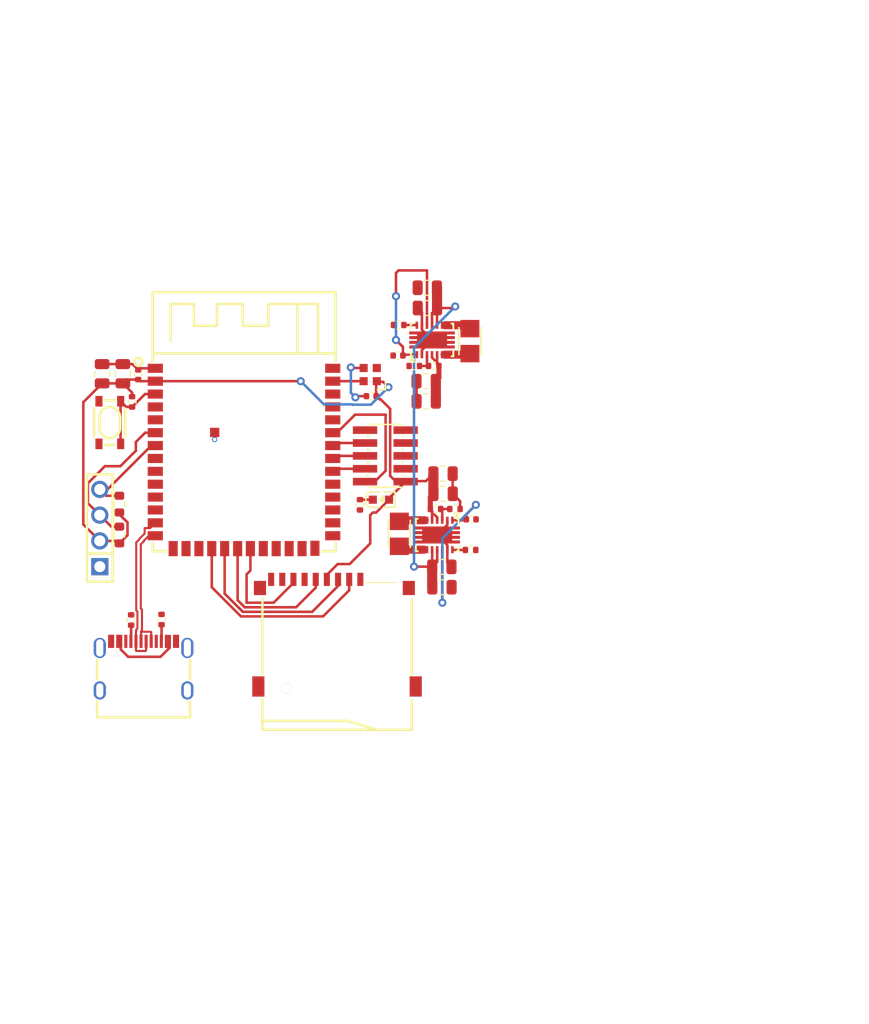
<source format=kicad_pcb>
(kicad_pcb (version 20240108) (generator "pcbnew") (generator_version "8.0")
  (layers (0 "F.Cu" signal) (31 "B.Cu" signal) (34 "B.Paste" user) (35 "F.Paste" user) (36 "B.SilkS" user "B.Silkscreen") (37 "F.SilkS" user "F.Silkscreen") (38 "B.Mask" user) (39 "F.Mask" user) (44 "Edge.Cuts" user))
  (net 0 "")
  (net 1 "io0")
  (net 2 "io36")
  (net 3 "sda")
  (net 4 "miso")
  (net 5 "io15")
  (net 6 "cs")
  (net 7 "tdo")
  (net 8 "scl")
  (net 9 "uc.ic-gnd")
  (net 10 "usb+")
  (net 11 "sck")
  (net 12 "io14")
  (net 13 "io46")
  (net 14 "io37")
  (net 15 "io45")
  (net 16 "en")
  (net 17 "io48")
  (net 18 "io5")
  (net 19 "txd0")
  (net 20 "io8")
  (net 21 "tdi")
  (net 22 "io1")
  (net 23 "io2")
  (net 24 "usb-")
  (net 25 "io4")
  (net 26 "tck")
  (net 27 "rxd0")
  (net 28 "mosi")
  (net 29 "io21")
  (net 30 "io38")
  (net 31 "tms")
  (net 32 "io3")
  (net 33 "io47")
  (net 34 "uc.ic-vcc")
  (net 35 "io18")
  (net 36 "io17")
  (net 37 "io9")
  (net 38 "io16")
  (net 39 "io35")
  (net 40 "_3v3_reg.ic-l2")
  (net 41 "_3v3_reg.ic-pg")
  (net 42 "vcc")
  (net 43 "_3v3_reg.ic-l1")
  (net 44 "_3v3_reg.ic-vina")
  (net 45 "_3v3_reg.feedback_div-out")
  (net 46 "_5v_reg.ic-vina")
  (net 47 "_5v_reg.ic-l2")
  (net 48 "_5v_reg-vcc")
  (net 49 "_5v_reg.ic-pg")
  (net 50 "_5v_reg.ic-l1")
  (net 51 "_5v_reg.feedback_div-out")
  (net 52 "cc2")
  (net 53 "sub1")
  (net 54 "usb_conn-vcc")
  (net 55 "cc1")
  (net 56 "sub2")
  (net 57 "dat1_rsv_")
  (net 58 "dat2_rsv_")
  (net 59 "cd")
  (net 60 "cathode")
  (net 61 "led_dout")
  (net 62 "reset")
  (net 63 "_7")
  (footprint "lib:C0402" (layer "F.Cu") (at 217.827267 137.142182)
    (property "Reference" "C13" (hide yes))
    (property "Value" "16V 100nF X7R ±10% 0402  Multilayer Ceramic Capacitors MLCC - SMD/SMT ROHS")
  )
  (footprint "lib:C0805" (layer "F.Cu") (at 183.476312 122.780765 90)
    (property "Reference" "C2" (hide yes))
    (property "Value" "25V 10uF X5R ±10% 0805  Multilayer Ceramic Capacitors MLCC - SMD/SMT ROHS")
  )
  (footprint "lib:R0402" (layer "F.Cu") (at 214.306525 136.116633)
    (property "Reference" "R7" (hide yes))
    (property "Value" "62.5mW Thick Film Resistors 50V ±100ppm/℃ ±1% 23.7kΩ 0402  Chip Resistor - Surface Mount ROHS")
  )
  (footprint "lib:C0805" (layer "F.Cu") (at 215.049146 132.630615)
    (property "Reference" "C12" (hide yes))
    (property "Value" "25V 10uF X5R ±10% 0805  Multilayer Ceramic Capacitors MLCC - SMD/SMT ROHS")
  )
  (footprint "lib:LED0603-RD" (layer "F.Cu") (at 208.925051 135.198497)
    (property "Reference" "LED1" (hide yes))
    (property "Value" "?")
  )
  (footprint "lib:LED-SMD_4P-L2.0-W2.0-BR" (layer "F.Cu") (at 207.871051 122.864497)
    (property "Reference" "U8" (hide yes))
    (property "Value" "?")
  )
  (footprint "lib:R0402" (layer "F.Cu") (at 216.225678 136.116633)
    (property "Reference" "R8" (hide yes))
    (property "Value" "62.5mW Thick Film Resistors 50V ±100ppm/℃ ±1% 4.3kΩ 0402  Chip Resistor - Surface Mount ROHS")
  )
  (footprint "lib:HDR-TH_4P-P2.54-V-F" (layer "F.Cu") (at 181.201051 137.992497 90)
    (property "Reference" "U9" (hide yes))
    (property "Value" "?")
  )
  (footprint "lib:IND-SMD_L2.5-W2.0_WPN252012H" (layer "F.Cu") (at 210.739777 138.566715 -90)
    (property "Reference" "L2" (hide yes))
    (property "Value" "?")
  )
  (footprint "lib:C0805" (layer "F.Cu") (at 214.944248 143.829679)
    (property "Reference" "C10" (hide yes))
    (property "Value" "25V 10uF X5R ±10% 0805  Multilayer Ceramic Capacitors MLCC - SMD/SMT ROHS")
  )
  (footprint "lib:C0402" (layer "F.Cu") (at 207.979088 124.990639 180)
    (property "Reference" "C14" (hide yes))
    (property "Value" "16V 100nF X7R ±10% 0402  Multilayer Ceramic Capacitors MLCC - SMD/SMT ROHS")
  )
  (footprint "lib:R0603" (layer "F.Cu") (at 183.134 135.636 -90)
    (property "Reference" "R11" (hide yes))
    (property "Value" "100mW Thick Film Resistors 75V ±100ppm/℃ ±1% 2.7kΩ 0603  Chip Resistor - Surface Mount ROHS")
  )
  (footprint "lib:R0402" (layer "F.Cu") (at 206.855051 135.706497 -90)
    (property "Reference" "R10" (hide yes))
    (property "Value" "62.5mW Thick Film Resistors 50V ±100ppm/℃ ±1% 330Ω 0402  Chip Resistor - Surface Mount ROHS")
  )
  (footprint "lib:R0402" (layer "F.Cu") (at 212.216424 122.014361 180)
    (property "Reference" "R5" (hide yes))
    (property "Value" "62.5mW Thick Film Resistors 50V ±1% ±200ppm/℃ 2.8kΩ 0402  Chip Resistor - Surface Mount ROHS")
  )
  (footprint "lib:WIRELM-SMD_ESP32-S3-WROOM-1" (layer "F.Cu") (at 195.425051 131.134497)
    (property "Reference" "U1" (hide yes))
    (property "Value" "?")
  )
  (footprint "lib:R0402" (layer "F.Cu") (at 217.767194 140.155978)
    (property "Reference" "R9" (hide yes))
    (property "Value" "62.5mW Thick Film Resistors 50V ±100ppm/℃ ±1% 1MΩ 0402  Chip Resistor - Surface Mount ROHS")
  )
  (footprint "lib:VSON-14_L4.0-W3.0-P0.50-BL-EP_TI_DSJ" (layer "F.Cu") (at 214.475051 138.680497 180)
    (property "Reference" "U6" (hide yes))
    (property "Value" "?")
  )
  (footprint "lib:R0402" (layer "F.Cu") (at 210.674908 117.975016 180)
    (property "Reference" "R6" (hide yes))
    (property "Value" "62.5mW Thick Film Resistors 50V ±100ppm/℃ ±1% 1MΩ 0402  Chip Resistor - Surface Mount ROHS")
  )
  (footprint "lib:C0805" (layer "F.Cu") (at 213.392956 125.500379 180)
    (property "Reference" "C7" (hide yes))
    (property "Value" "25V 10uF X5R ±10% 0805  Multilayer Ceramic Capacitors MLCC - SMD/SMT ROHS")
  )
  (footprint "lib:IND-SMD_L2.5-W2.0_WPN252012H" (layer "F.Cu") (at 217.702325 119.564279 90)
    (property "Reference" "L1" (hide yes))
    (property "Value" "?")
  )
  (footprint "lib:KEY-SMD_4P-L4.2-W3.2-P2.20-LS4.6" (layer "F.Cu") (at 182.188894 127.593687 -90)
    (property "Reference" "U2" (hide yes))
    (property "Value" "?")
  )
  (footprint "lib:TF-SMD_TF-01A" (layer "F.Cu") (at 204.597051 148.337997)
    (property "Reference" "U7" (hide yes))
    (property "Value" "?")
  )
  (footprint "lib:C0805" (layer "F.Cu") (at 213.384296 123.514499 180)
    (property "Reference" "C6" (hide yes))
    (property "Value" "25V 10uF X5R ±10% 0805  Multilayer Ceramic Capacitors MLCC - SMD/SMT ROHS")
  )
  (footprint "lib:C0805" (layer "F.Cu") (at 213.509696 116.305091 180)
    (property "Reference" "C4" (hide yes))
    (property "Value" "25V 10uF X5R ±10% 0805  Multilayer Ceramic Capacitors MLCC - SMD/SMT ROHS")
  )
  (footprint "lib:R0603" (layer "F.Cu") (at 183.134 138.684 -90)
    (property "Reference" "R12" (hide yes))
    (property "Value" "100mW Thick Film Resistors 75V ±100ppm/℃ ±1% 2.7kΩ 0603  Chip Resistor - Surface Mount ROHS")
  )
  (footprint "lib:VSON-14_L4.0-W3.0-P0.50-BL-EP_TI_DSJ" (layer "F.Cu") (at 213.967051 119.450497)
    (property "Reference" "U5" (hide yes))
    (property "Value" "?")
  )
  (footprint "lib:R0402" (layer "F.Cu") (at 187.292646 147.018927 90)
    (property "Reference" "R3" (hide yes))
    (property "Value" "62.5mW Thick Film Resistors 50V ±100ppm/℃ ±1% 4.7kΩ 0402  Chip Resistor - Surface Mount ROHS")
  )
  (footprint "lib:C0805" (layer "F.Cu") (at 213.497854 114.301315 180)
    (property "Reference" "C5" (hide yes))
    (property "Value" "25V 10uF X5R ±10% 0805  Multilayer Ceramic Capacitors MLCC - SMD/SMT ROHS")
  )
  (footprint "lib:R0402" (layer "F.Cu") (at 184.292 147.066 90)
    (property "Reference" "R2" (hide yes))
    (property "Value" "62.5mW Thick Film Resistors 50V ±100ppm/℃ ±1% 4.7kΩ 0402  Chip Resistor - Surface Mount ROHS")
  )
  (footprint "lib:USB-C-SMD_KH-TYPE-C-16P" (layer "F.Cu") (at 185.519051 151.588497)
    (property "Reference" "U4" (hide yes))
    (property "Value" "?")
  )
  (footprint "lib:C0805" (layer "F.Cu") (at 181.433933 122.780765 90)
    (property "Reference" "C3" (hide yes))
    (property "Value" "25V 10uF X5R ±10% 0805  Multilayer Ceramic Capacitors MLCC - SMD/SMT ROHS")
  )
  (footprint "lib:R0402" (layer "F.Cu") (at 214.135577 122.014361 180)
    (property "Reference" "R4" (hide yes))
    (property "Value" "62.5mW 50V ±100ppm/℃ ±1% 25.5kΩ 0402  Chip Resistor - Surface Mount ROHS")
  )
  (footprint "lib:C0402" (layer "F.Cu") (at 184.989635 122.876865 90)
    (property "Reference" "C1" (hide yes))
    (property "Value" "16V 100nF X7R ±10% 0402  Multilayer Ceramic Capacitors MLCC - SMD/SMT ROHS")
  )
  (footprint "lib:R0402" (layer "F.Cu") (at 184.384598 125.552683 -90)
    (property "Reference" "R1" (hide yes))
    (property "Value" "62.5mW Thick Film Resistors 50V ±100ppm/℃ ±1% 10kΩ 0402  Chip Resistor - Surface Mount ROHS")
  )
  (footprint "lib:C0805" (layer "F.Cu") (at 215.057806 134.616495)
    (property "Reference" "C11" (hide yes))
    (property "Value" "25V 10uF X5R ±10% 0805  Multilayer Ceramic Capacitors MLCC - SMD/SMT ROHS")
  )
  (footprint "lib:C0805" (layer "F.Cu") (at 214.932406 141.825903)
    (property "Reference" "C9" (hide yes))
    (property "Value" "25V 10uF X5R ±10% 0805  Multilayer Ceramic Capacitors MLCC - SMD/SMT ROHS")
  )
  (footprint "lib:C0402" (layer "F.Cu") (at 210.614835 120.988812 180)
    (property "Reference" "C8" (hide yes))
    (property "Value" "16V 100nF X7R ±10% 0402  Multilayer Ceramic Capacitors MLCC - SMD/SMT ROHS")
  )
  (footprint "lib:HDR-SMD_10P-P1.27-V-M-R2-C5-LS5.3" (layer "F.Cu") (at 209.363051 130.880497 90)
    (property "Reference" "U3" (hide yes))
    (property "Value" "?")
  )
  (segment (start 181.201051 134.182497) (end 181.963051 134.182497) (width 0.25) (layer "F.Cu") (net 3))
  (segment (start 181.963051 134.182497) (end 186.281051 129.864497) (width 0.25) (layer "F.Cu") (net 3))
  (segment (start 186.281051 129.864497) (end 186.675051 129.864497) (width 0.25) (layer "F.Cu") (net 3))
  (segment (start 181.829554 134.811) (end 181.201051 134.182497) (width 0.25) (layer "F.Cu") (net 3))
  (segment (start 183.134 134.811) (end 181.829554 134.811) (width 0.25) (layer "F.Cu") (net 3))
  (segment (start 196.055051 140.024497) (end 196.055051 142.188497) (width 0.25) (layer "F.Cu") (net 4))
  (segment (start 200.297051 143.407997) (end 200.297051 143.057997) (width 0.25) (layer "F.Cu") (net 4))
  (segment (start 195.679051 142.564497) (end 195.679051 145.358497) (width 0.25) (layer "F.Cu") (net 4))
  (segment (start 195.679051 145.358497) (end 198.346551 145.358497) (width 0.25) (layer "F.Cu") (net 4))
  (segment (start 196.055051 142.188497) (end 195.679051 142.564497) (width 0.25) (layer "F.Cu") (net 4))
  (segment (start 198.346551 145.358497) (end 200.297051 143.407997) (width 0.25) (layer "F.Cu") (net 4))
  (segment (start 192.245051 140.024497) (end 192.245051 143.833685) (width 0.25) (layer "F.Cu") (net 6))
  (segment (start 192.245051 143.833685) (end 195.119863 146.708497) (width 0.25) (layer "F.Cu") (net 6))
  (segment (start 195.119863 146.708497) (end 203.219051 146.708497) (width 0.25) (layer "F.Cu") (net 6))
  (segment (start 205.797051 144.130497) (end 205.797051 143.057997) (width 0.25) (layer "F.Cu") (net 6))
  (segment (start 203.219051 146.708497) (end 205.797051 144.130497) (width 0.25) (layer "F.Cu") (net 6))
  (segment (start 204.429051 130.880497) (end 204.175051 131.134497) (width 0.25) (layer "F.Cu") (net 7))
  (segment (start 208.157051 130.880497) (end 204.429051 130.880497) (width 0.25) (layer "F.Cu") (net 7))
  (segment (start 185.675051 128.594497) (end 186.675051 128.594497) (width 0.25) (layer "F.Cu") (net 8))
  (segment (start 184.757051 129.512497) (end 185.675051 128.594497) (width 0.25) (layer "F.Cu") (net 8))
  (segment (start 183.233051 131.896497) (end 184.757051 130.372497) (width 0.25) (layer "F.Cu") (net 8))
  (segment (start 184.757051 130.372497) (end 184.757051 129.512497) (width 0.25) (layer "F.Cu") (net 8))
  (segment (start 183.134 137.859) (end 182.337554 137.859) (width 0.25) (layer "F.Cu") (net 8))
  (segment (start 180.026051 133.579497) (end 181.709051 131.896497) (width 0.25) (layer "F.Cu") (net 8))
  (segment (start 180.026051 135.547497) (end 180.026051 133.579497) (width 0.25) (layer "F.Cu") (net 8))
  (segment (start 182.337554 137.859) (end 181.201051 136.722497) (width 0.25) (layer "F.Cu") (net 8))
  (segment (start 181.201051 136.722497) (end 180.026051 135.547497) (width 0.25) (layer "F.Cu") (net 8))
  (segment (start 181.709051 131.896497) (end 183.233051 131.896497) (width 0.25) (layer "F.Cu") (net 8))
  (segment (start 212.442956 123.523159) (end 212.434296 123.514499) (width 0.25) (layer "F.Cu") (net 9))
  (segment (start 212.442956 125.500379) (end 212.442956 123.523159) (width 0.25) (layer "F.Cu") (net 9))
  (segment (start 212.967051 120.450497) (end 213.967051 119.450497) (width 0.25) (layer "F.Cu") (net 9))
  (segment (start 212.967051 120.900497) (end 212.967051 120.450497) (width 0.25) (layer "F.Cu") (net 9))
  (segment (start 215.999146 134.607835) (end 216.007806 134.616495) (width 0.25) (layer "F.Cu") (net 9))
  (segment (start 215.475051 139.680497) (end 214.475051 138.680497) (width 0.25) (layer "F.Cu") (net 9))
  (segment (start 185.142003 122.244497) (end 184.989635 122.396865) (width 0.25) (layer "F.Cu") (net 9))
  (segment (start 215.475051 140.130497) (end 215.475051 141.418548) (width 0.25) (layer "F.Cu") (net 9))
  (segment (start 215.475051 141.418548) (end 215.882406 141.825903) (width 0.25) (layer "F.Cu") (net 9))
  (segment (start 184.423535 121.830765) (end 184.989635 122.396865) (width 0.25) (layer "F.Cu") (net 9))
  (segment (start 215.475051 137.680497) (end 214.475051 138.680497) (width 0.25) (layer "F.Cu") (net 9))
  (segment (start 206.525476 124.990639) (end 206.408744 125.107371) (width 0.25) (layer "F.Cu") (net 9))
  (segment (start 216.735678 136.116633) (end 216.735678 135.344367) (width 0.25) (layer "F.Cu") (net 9))
  (segment (start 216.735678 135.344367) (end 216.007806 134.616495) (width 0.25) (layer "F.Cu") (net 9))
  (segment (start 183.476312 121.830765) (end 184.423535 121.830765) (width 0.25) (layer "F.Cu") (net 9))
  (segment (start 207.221051 122.214497) (end 206.020368 122.214497) (width 0.25) (layer "F.Cu") (net 9))
  (segment (start 212.967051 118.000497) (end 212.967051 118.450497) (width 0.25) (layer "F.Cu") (net 9))
  (segment (start 212.967051 118.450497) (end 213.967051 119.450497) (width 0.25) (layer "F.Cu") (net 9))
  (segment (start 215.475051 137.230497) (end 215.475051 137.680497) (width 0.25) (layer "F.Cu") (net 9))
  (segment (start 186.675051 122.244497) (end 185.142003 122.244497) (width 0.25) (layer "F.Cu") (net 9))
  (segment (start 212.967051 116.712446) (end 212.559696 116.305091) (width 0.25) (layer "F.Cu") (net 9))
  (segment (start 215.999146 132.630615) (end 215.999146 134.607835) (width 0.25) (layer "F.Cu") (net 9))
  (segment (start 212.967051 118.000497) (end 212.967051 116.712446) (width 0.25) (layer "F.Cu") (net 9))
  (segment (start 206.020368 122.214497) (end 205.961512 122.155641) (width 0.25) (layer "F.Cu") (net 9))
  (segment (start 207.499088 124.990639) (end 206.525476 124.990639) (width 0.25) (layer "F.Cu") (net 9))
  (segment (start 215.475051 140.130497) (end 215.475051 139.680497) (width 0.25) (layer "F.Cu") (net 9))
  (segment (start 181.433933 121.830765) (end 183.476312 121.830765) (width 0.25) (layer "F.Cu") (net 9))
  (via (at 205.961512 122.155641) (size 0.8) (drill 0.4) (layers "F.Cu" "B.Cu") (net 9))
  (via (at 206.408744 125.107371) (size 0.8) (drill 0.4) (layers "F.Cu" "B.Cu") (net 9))
  (segment (start 205.961512 122.155641) (end 205.961512 124.660139) (width 0.25) (layer "B.Cu") (net 9))
  (segment (start 205.961512 124.660139) (end 206.408744 125.107371) (width 0.25) (layer "B.Cu") (net 9))
  (segment (start 185.269051 148.268497) (end 185.319051 148.218497) (width 0.2) (layer "F.Cu") (net 10))
  (segment (start 186.219051 148.218497) (end 186.269051 148.268497) (width 0.2) (layer "F.Cu") (net 10))
  (segment (start 185.269051 148.193496) (end 185.36198 148.100567) (width 0.2) (layer "F.Cu") (net 10))
  (segment (start 185.244051 139.601697) (end 185.545919 139.299829) (width 0.2) (layer "F.Cu") (net 10))
  (segment (start 185.36198 146.050688) (end 185.244051 145.932759) (width 0.2) (layer "F.Cu") (net 10))
  (segment (start 186.269051 148.268497) (end 186.269051 149.168497) (width 0.2) (layer "F.Cu") (net 10))
  (segment (start 185.36198 148.100567) (end 185.36198 146.050688) (width 0.2) (layer "F.Cu") (net 10))
  (segment (start 185.545919 139.299829) (end 185.545919 139.250026) (width 0.2) (layer "F.Cu") (net 10))
  (segment (start 185.269051 149.168497) (end 185.269051 148.268497) (width 0.2) (layer "F.Cu") (net 10))
  (segment (start 185.269051 149.168497) (end 185.269051 148.193496) (width 0.2) (layer "F.Cu") (net 10))
  (segment (start 186.041448 138.754497) (end 186.675051 138.754497) (width 0.2) (layer "F.Cu") (net 10))
  (segment (start 185.244051 145.932759) (end 185.244051 139.601697) (width 0.2) (layer "F.Cu") (net 10))
  (segment (start 185.319051 148.218497) (end 186.219051 148.218497) (width 0.2) (layer "F.Cu") (net 10))
  (segment (start 185.545919 139.250026) (end 186.041448 138.754497) (width 0.2) (layer "F.Cu") (net 10))
  (segment (start 194.795051 140.024497) (end 194.795051 145.110893) (width 0.25) (layer "F.Cu") (net 11))
  (segment (start 200.563051 145.808497) (end 202.497051 143.874497) (width 0.25) (layer "F.Cu") (net 11))
  (segment (start 202.497051 143.874497) (end 202.497051 143.057997) (width 0.25) (layer "F.Cu") (net 11))
  (segment (start 195.492655 145.808497) (end 200.563051 145.808497) (width 0.25) (layer "F.Cu") (net 11))
  (segment (start 194.795051 145.110893) (end 195.492655 145.808497) (width 0.25) (layer "F.Cu") (net 11))
  (segment (start 183.811284 126.046402) (end 184.368317 126.046402) (width 0.25) (layer "F.Cu") (net 16))
  (segment (start 183.247945 129.683063) (end 183.247945 125.483063) (width 0.25) (layer "F.Cu") (net 16))
  (segment (start 184.368317 126.046402) (end 184.384598 126.062683) (width 0.25) (layer "F.Cu") (net 16))
  (segment (start 184.384598 126.062683) (end 185.662784 124.784497) (width 0.25) (layer "F.Cu") (net 16))
  (segment (start 183.247945 125.483063) (end 183.811284 126.046402) (width 0.25) (layer "F.Cu") (net 16))
  (segment (start 185.662784 124.784497) (end 186.675051 124.784497) (width 0.25) (layer "F.Cu") (net 16))
  (segment (start 208.157051 129.610497) (end 204.429051 129.610497) (width 0.25) (layer "F.Cu") (net 21))
  (segment (start 204.429051 129.610497) (end 204.175051 129.864497) (width 0.25) (layer "F.Cu") (net 21))
  (segment (start 204.175051 123.514497) (end 207.221051 123.514497) (width 0.25) (layer "F.Cu") (net 22))
  (segment (start 184.794051 148.012873) (end 184.912 147.894924) (width 0.2) (layer "F.Cu") (net 24))
  (segment (start 185.105951 139.053597) (end 185.625051 138.534497) (width 0.2) (layer "F.Cu") (net 24))
  (segment (start 184.794051 148.168496) (end 184.794051 148.012873) (width 0.2) (layer "F.Cu") (net 24))
  (segment (start 184.794051 139.415297) (end 185.105951 139.103397) (width 0.2) (layer "F.Cu") (net 24))
  (segment (start 186.155051 138.004497) (end 186.675051 137.484497) (width 0.2) (layer "F.Cu") (net 24))
  (segment (start 184.819051 150.118497) (end 184.769051 150.068497) (width 0.2) (layer "F.Cu") (net 24))
  (segment (start 185.105951 139.103397) (end 185.105951 139.053597) (width 0.2) (layer "F.Cu") (net 24))
  (segment (start 185.625051 138.004497) (end 186.155051 138.004497) (width 0.2) (layer "F.Cu") (net 24))
  (segment (start 185.769051 149.168497) (end 185.769051 150.068497) (width 0.2) (layer "F.Cu") (net 24))
  (segment (start 185.625051 138.534497) (end 185.625051 138.004497) (width 0.2) (layer "F.Cu") (net 24))
  (segment (start 185.769051 150.068497) (end 185.719051 150.118497) (width 0.2) (layer "F.Cu") (net 24))
  (segment (start 184.769051 149.168497) (end 184.769051 148.193496) (width 0.2) (layer "F.Cu") (net 24))
  (segment (start 184.912 146.237076) (end 184.794051 146.119127) (width 0.2) (layer "F.Cu") (net 24))
  (segment (start 184.912 147.894924) (end 184.912 146.237076) (width 0.2) (layer "F.Cu") (net 24))
  (segment (start 185.719051 150.118497) (end 184.819051 150.118497) (width 0.2) (layer "F.Cu") (net 24))
  (segment (start 184.794051 146.119127) (end 184.794051 139.415297) (width 0.2) (layer "F.Cu") (net 24))
  (segment (start 184.769051 150.068497) (end 184.769051 149.168497) (width 0.2) (layer "F.Cu") (net 24))
  (segment (start 184.769051 148.193496) (end 184.794051 148.168496) (width 0.2) (layer "F.Cu") (net 24))
  (segment (start 204.429051 132.150497) (end 204.175051 132.404497) (width 0.25) (layer "F.Cu") (net 26))
  (segment (start 208.157051 132.150497) (end 204.429051 132.150497) (width 0.25) (layer "F.Cu") (net 26))
  (segment (start 193.515051 140.024497) (end 193.515051 144.467289) (width 0.25) (layer "F.Cu") (net 28))
  (segment (start 202.145051 146.258497) (end 204.697051 143.706497) (width 0.25) (layer "F.Cu") (net 28))
  (segment (start 204.697051 143.706497) (end 204.697051 143.057997) (width 0.25) (layer "F.Cu") (net 28))
  (segment (start 193.515051 144.467289) (end 195.306259 146.258497) (width 0.25) (layer "F.Cu") (net 28))
  (segment (start 195.306259 146.258497) (end 202.145051 146.258497) (width 0.25) (layer "F.Cu") (net 28))
  (segment (start 207.363051 133.420497) (end 208.318051 133.420497) (width 0.25) (layer "F.Cu") (net 31))
  (segment (start 209.388051 126.816497) (end 206.373051 126.816497) (width 0.25) (layer "F.Cu") (net 31))
  (segment (start 204.595051 128.594497) (end 204.175051 128.594497) (width 0.25) (layer "F.Cu") (net 31))
  (segment (start 206.373051 126.816497) (end 204.595051 128.594497) (width 0.25) (layer "F.Cu") (net 31))
  (segment (start 209.388051 132.350497) (end 209.388051 126.816497) (width 0.25) (layer "F.Cu") (net 31))
  (segment (start 208.318051 133.420497) (end 209.388051 132.350497) (width 0.25) (layer "F.Cu") (net 31))
  (segment (start 186.675051 123.514497) (end 185.147267 123.514497) (width 0.25) (layer "F.Cu") (net 34))
  (segment (start 179.576051 137.637497) (end 181.201051 139.262497) (width 0.25) (layer "F.Cu") (net 34))
  (segment (start 208.455051 136.468497) (end 209.725051 135.198497) (width 0.25) (layer "F.Cu") (net 34))
  (segment (start 213.975051 136.295159) (end 213.975051 137.230497) (width 0.25) (layer "F.Cu") (net 34))
  (segment (start 183.616 137.134) (end 183.632004 137.134) (width 0.25) (layer "F.Cu") (net 34))
  (segment (start 183.632004 137.134) (end 183.934 137.435996) (width 0.25) (layer "F.Cu") (net 34))
  (segment (start 203.597051 143.057997) (end 203.597051 142.608497) (width 0.25) (layer "F.Cu") (net 34))
  (segment (start 183.934 137.435996) (end 183.934 138.709) (width 0.25) (layer "F.Cu") (net 34))
  (segment (start 213.796525 136.261681) (end 213.796525 136.116633) (width 0.25) (layer "F.Cu") (net 34))
  (segment (start 179.576051 125.588647) (end 179.576051 137.637497) (width 0.25) (layer "F.Cu") (net 34))
  (segment (start 184.384598 124.639051) (end 183.476312 123.730765) (width 0.25) (layer "F.Cu") (net 34))
  (segment (start 208.887051 125.292497) (end 209.838051 126.243497) (width 0.25) (layer "F.Cu") (net 34))
  (segment (start 213.796525 134.927776) (end 214.107806 134.616495) (width 0.25) (layer "F.Cu") (net 34))
  (segment (start 213.796525 136.116633) (end 213.796525 134.927776) (width 0.5) (layer "F.Cu") (net 34))
  (segment (start 204.657051 141.548497) (end 205.839051 141.548497) (width 0.25) (layer "F.Cu") (net 34))
  (segment (start 182.887497 139.262497) (end 183.134 139.509) (width 0.25) (layer "F.Cu") (net 34))
  (segment (start 183.934 138.709) (end 183.134 139.509) (width 0.25) (layer "F.Cu") (net 34))
  (segment (start 185.147267 123.514497) (end 184.989635 123.356865) (width 0.25) (layer "F.Cu") (net 34))
  (segment (start 183.850212 123.356865) (end 183.476312 123.730765) (width 0.25) (layer "F.Cu") (net 34))
  (segment (start 186.675051 123.514497) (end 201.013051 123.514497) (width 0.25) (layer "F.Cu") (net 34))
  (segment (start 210.408051 133.420497) (end 211.363051 133.420497) (width 0.25) (layer "F.Cu") (net 34))
  (segment (start 181.201051 139.262497) (end 182.887497 139.262497) (width 0.25) (layer "F.Cu") (net 34))
  (segment (start 181.433933 123.730765) (end 179.576051 125.588647) (width 0.25) (layer "F.Cu") (net 34))
  (segment (start 207.871051 136.722497) (end 208.125051 136.468497) (width 0.25) (layer "F.Cu") (net 34))
  (segment (start 213.796525 136.116633) (end 213.975051 136.295159) (width 0.25) (layer "F.Cu") (net 34))
  (segment (start 208.459088 124.990639) (end 208.760946 125.292497) (width 0.25) (layer "F.Cu") (net 34))
  (segment (start 213.363509 133.366252) (end 214.099146 132.630615) (width 0.25) (layer "F.Cu") (net 34))
  (segment (start 209.838051 132.850497) (end 210.408051 133.420497) (width 0.25) (layer "F.Cu") (net 34))
  (segment (start 209.664591 124.105572) (end 209.135479 123.57646) (width 0.25) (layer "F.Cu") (net 34))
  (segment (start 211.417296 133.366252) (end 213.363509 133.366252) (width 0.25) (layer "F.Cu") (net 34))
  (segment (start 209.135479 123.57646) (end 208.459088 123.57646) (width 0.25) (layer "F.Cu") (net 34))
  (segment (start 208.760946 125.292497) (end 208.887051 125.292497) (width 0.25) (layer "F.Cu") (net 34))
  (segment (start 209.725051 135.198497) (end 209.725051 135.058497) (width 0.25) (layer "F.Cu") (net 34))
  (segment (start 203.597051 142.608497) (end 204.657051 141.548497) (width 0.25) (layer "F.Cu") (net 34))
  (segment (start 214.475051 136.940207) (end 213.796525 136.261681) (width 0.25) (layer "F.Cu") (net 34))
  (segment (start 211.363051 133.420497) (end 211.417296 133.366252) (width 0.25) (layer "F.Cu") (net 34))
  (segment (start 182.943 136.461) (end 183.616 137.134) (width 0.25) (layer "F.Cu") (net 34))
  (segment (start 184.384598 125.042683) (end 184.384598 124.639051) (width 0.25) (layer "F.Cu") (net 34))
  (segment (start 205.839051 141.548497) (end 207.871051 139.516497) (width 0.25) (layer "F.Cu") (net 34))
  (segment (start 214.099146 134.607835) (end 214.107806 134.616495) (width 0.25) (layer "F.Cu") (net 34))
  (segment (start 184.989635 123.356865) (end 183.850212 123.356865) (width 0.25) (layer "F.Cu") (net 34))
  (segment (start 209.725051 135.058497) (end 211.363051 133.420497) (width 0.25) (layer "F.Cu") (net 34))
  (segment (start 208.459088 123.57646) (end 208.521051 123.514497) (width 0.25) (layer "F.Cu") (net 34))
  (segment (start 214.475051 137.230497) (end 214.475051 136.940207) (width 0.25) (layer "F.Cu") (net 34))
  (segment (start 207.871051 139.516497) (end 207.871051 136.722497) (width 0.25) (layer "F.Cu") (net 34))
  (segment (start 208.459088 124.990639) (end 208.459088 123.57646) (width 0.25) (layer "F.Cu") (net 34))
  (segment (start 214.099146 132.630615) (end 214.099146 134.607835) (width 1) (layer "F.Cu") (net 34))
  (segment (start 183.134 136.461) (end 182.943 136.461) (width 0.25) (layer "F.Cu") (net 34))
  (segment (start 181.433933 123.730765) (end 183.476312 123.730765) (width 0.25) (layer "F.Cu") (net 34))
  (segment (start 209.838051 126.243497) (end 209.838051 132.850497) (width 0.25) (layer "F.Cu") (net 34))
  (segment (start 208.125051 136.468497) (end 208.455051 136.468497) (width 0.25) (layer "F.Cu") (net 34))
  (via (at 209.664591 124.105572) (size 0.8) (drill 0.4) (layers "F.Cu" "B.Cu") (net 34))
  (via (at 201.013051 123.514497) (size 0.8) (drill 0.4) (layers "F.Cu" "B.Cu") (net 34))
  (segment (start 201.013051 123.514497) (end 203.299051 125.800497) (width 0.25) (layer "B.Cu") (net 34))
  (segment (start 206.108439 125.832371) (end 207.937792 125.832371) (width 0.25) (layer "B.Cu") (net 34))
  (segment (start 207.937792 125.832371) (end 209.664591 124.105572) (width 0.25) (layer "B.Cu") (net 34))
  (segment (start 203.299051 125.800497) (end 206.076565 125.800497) (width 0.25) (layer "B.Cu") (net 34))
  (segment (start 206.076565 125.800497) (end 206.108439 125.832371) (width 0.25) (layer "B.Cu") (net 34))
  (segment (start 210.845995 137.230497) (end 210.739777 137.336715) (width 0.25) (layer "F.Cu") (net 40))
  (segment (start 213.240051 137.230497) (end 210.845995 137.230497) (width 0.8) (layer "F.Cu") (net 40))
  (segment (start 216.000532 140.155978) (end 215.975051 140.130497) (width 0.25) (layer "F.Cu") (net 41))
  (segment (start 217.257194 140.155978) (end 216.000532 140.155978) (width 0.25) (layer "F.Cu") (net 41))
  (segment (start 214.475051 141.333258) (end 213.982406 141.825903) (width 0.25) (layer "F.Cu") (net 42))
  (segment (start 213.975051 143.810482) (end 213.994248 143.829679) (width 0.25) (layer "F.Cu") (net 42))
  (segment (start 213.967051 118.000497) (end 213.967051 116.797736) (width 0.25) (layer "F.Cu") (net 42))
  (segment (start 214.459696 116.305091) (end 214.459696 117.993142) (width 0.25) (layer "F.Cu") (net 42))
  (segment (start 214.459696 114.313157) (end 214.447854 114.301315) (width 0.25) (layer "F.Cu") (net 42))
  (segment (start 213.982406 141.825903) (end 213.982406 143.817837) (width 1) (layer "F.Cu") (net 42))
  (segment (start 214.459696 116.305091) (end 216.096457 116.305091) (width 0.25) (layer "F.Cu") (net 42))
  (segment (start 212.189051 141.802497) (end 213.959 141.802497) (width 0.25) (layer "F.Cu") (net 42))
  (segment (start 213.982406 140.137852) (end 213.975051 140.130497) (width 0.25) (layer "F.Cu") (net 42))
  (segment (start 213.967051 116.797736) (end 214.459696 116.305091) (width 0.25) (layer "F.Cu") (net 42))
  (segment (start 213.982406 143.817837) (end 213.994248 143.829679) (width 0.25) (layer "F.Cu") (net 42))
  (segment (start 214.459696 116.305091) (end 214.459696 114.313157) (width 1) (layer "F.Cu") (net 42))
  (segment (start 216.096457 116.305091) (end 216.253051 116.148497) (width 0.25) (layer "F.Cu") (net 42))
  (segment (start 214.475051 140.130497) (end 214.475051 141.333258) (width 0.25) (layer "F.Cu") (net 42))
  (segment (start 213.959 141.802497) (end 213.982406 141.825903) (width 0.25) (layer "F.Cu") (net 42))
  (segment (start 214.467051 114.320512) (end 214.447854 114.301315) (width 0.25) (layer "F.Cu") (net 42))
  (segment (start 213.982406 141.825903) (end 213.982406 140.137852) (width 0.25) (layer "F.Cu") (net 42))
  (segment (start 214.459696 117.993142) (end 214.467051 118.000497) (width 0.25) (layer "F.Cu") (net 42))
  (via (at 216.253051 116.148497) (size 0.8) (drill 0.4) (layers "F.Cu" "B.Cu") (net 42))
  (via (at 212.189051 141.802497) (size 0.8) (drill 0.4) (layers "F.Cu" "B.Cu") (net 42))
  (segment (start 212.189051 120.212497) (end 212.189051 141.802497) (width 0.25) (layer "B.Cu") (net 42))
  (segment (start 216.253051 116.148497) (end 212.189051 120.212497) (width 0.25) (layer "B.Cu") (net 42))
  (segment (start 211.073559 140.130497) (end 210.739777 139.796715) (width 0.25) (layer "F.Cu") (net 43))
  (segment (start 213.190051 140.130497) (end 211.073559 140.130497) (width 0.8) (layer "F.Cu") (net 43))
  (segment (start 214.975051 140.130497) (end 214.975051 145.350497) (width 0.25) (layer "F.Cu") (net 44))
  (segment (start 215.975051 137.230497) (end 217.258952 137.230497) (width 0.25) (layer "F.Cu") (net 44))
  (segment (start 217.347267 136.644281) (end 218.285051 135.706497) (width 0.25) (layer "F.Cu") (net 44))
  (segment (start 217.347267 137.142182) (end 217.347267 136.644281) (width 0.25) (layer "F.Cu") (net 44))
  (segment (start 214.975051 145.350497) (end 214.983051 145.358497) (width 0.25) (layer "F.Cu") (net 44))
  (segment (start 217.258952 137.230497) (end 217.347267 137.142182) (width 0.25) (layer "F.Cu") (net 44))
  (via (at 214.983051 145.358497) (size 0.8) (drill 0.4) (layers "F.Cu" "B.Cu") (net 44))
  (via (at 218.285051 135.706497) (size 0.8) (drill 0.4) (layers "F.Cu" "B.Cu") (net 44))
  (segment (start 214.983051 139.008497) (end 218.285051 135.706497) (width 0.25) (layer "B.Cu") (net 44))
  (segment (start 214.983051 145.358497) (end 214.983051 139.008497) (width 0.25) (layer "B.Cu") (net 44))
  (segment (start 215.715678 136.116633) (end 214.816525 136.116633) (width 0.25) (layer "F.Cu") (net 45))
  (segment (start 214.975051 136.275159) (end 214.975051 137.230497) (width 0.25) (layer "F.Cu") (net 45))
  (segment (start 214.816525 136.116633) (end 214.975051 136.275159) (width 0.25) (layer "F.Cu") (net 45))
  (segment (start 211.18315 120.900497) (end 211.094835 120.988812) (width 0.25) (layer "F.Cu") (net 46))
  (segment (start 213.459051 112.592497) (end 213.467051 112.600497) (width 0.25) (layer "F.Cu") (net 46))
  (segment (start 211.094835 120.134281) (end 211.094835 120.988812) (width 0.25) (layer "F.Cu") (net 46))
  (segment (start 210.411051 119.450497) (end 211.094835 120.134281) (width 0.25) (layer "F.Cu") (net 46))
  (segment (start 210.411051 112.846497) (end 210.665051 112.592497) (width 0.25) (layer "F.Cu") (net 46))
  (segment (start 212.467051 120.900497) (end 211.18315 120.900497) (width 0.25) (layer "F.Cu") (net 46))
  (segment (start 210.665051 112.592497) (end 213.459051 112.592497) (width 0.25) (layer "F.Cu") (net 46))
  (segment (start 210.411051 115.132497) (end 210.411051 112.846497) (width 0.25) (layer "F.Cu") (net 46))
  (segment (start 213.467051 112.600497) (end 213.467051 118.000497) (width 0.25) (layer "F.Cu") (net 46))
  (via (at 210.411051 119.450497) (size 0.8) (drill 0.4) (layers "F.Cu" "B.Cu") (net 46))
  (via (at 210.411051 115.132497) (size 0.8) (drill 0.4) (layers "F.Cu" "B.Cu") (net 46))
  (segment (start 210.411051 119.450497) (end 210.411051 115.132497) (width 0.25) (layer "B.Cu") (net 46))
  (segment (start 215.202051 120.900497) (end 217.596107 120.900497) (width 0.8) (layer "F.Cu") (net 47))
  (segment (start 217.596107 120.900497) (end 217.702325 120.794279) (width 0.25) (layer "F.Cu") (net 47))
  (segment (start 214.645577 122.014361) (end 214.467051 121.835835) (width 0.25) (layer "F.Cu") (net 48))
  (segment (start 214.342956 123.523159) (end 214.334296 123.514499) (width 0.25) (layer "F.Cu") (net 48))
  (segment (start 214.342956 125.500379) (end 214.342956 123.523159) (width 1) (layer "F.Cu") (net 48))
  (segment (start 214.467051 121.835835) (end 214.467051 120.900497) (width 0.25) (layer "F.Cu") (net 48))
  (segment (start 213.967051 121.190787) (end 214.645577 121.869313) (width 0.25) (layer "F.Cu") (net 48))
  (segment (start 214.645577 122.014361) (end 214.645577 123.203218) (width 0.5) (layer "F.Cu") (net 48))
  (segment (start 214.645577 121.869313) (end 214.645577 122.014361) (width 0.25) (layer "F.Cu") (net 48))
  (segment (start 213.967051 120.900497) (end 213.967051 121.190787) (width 0.25) (layer "F.Cu") (net 48))
  (segment (start 214.645577 123.203218) (end 214.334296 123.514499) (width 0.25) (layer "F.Cu") (net 48))
  (segment (start 211.184908 117.975016) (end 212.44157 117.975016) (width 0.25) (layer "F.Cu") (net 49))
  (segment (start 212.44157 117.975016) (end 212.467051 118.000497) (width 0.25) (layer "F.Cu") (net 49))
  (segment (start 217.368543 118.000497) (end 217.702325 118.334279) (width 0.25) (layer "F.Cu") (net 50))
  (segment (start 215.252051 118.000497) (end 217.368543 118.000497) (width 0.8) (layer "F.Cu") (net 50))
  (segment (start 213.625577 122.014361) (end 213.467051 121.855835) (width 0.25) (layer "F.Cu") (net 51))
  (segment (start 213.467051 121.855835) (end 213.467051 120.900497) (width 0.25) (layer "F.Cu") (net 51))
  (segment (start 212.726424 122.014361) (end 213.625577 122.014361) (width 0.25) (layer "F.Cu") (net 51))
  (segment (start 187.292646 149.144902) (end 187.269051 149.168497) (width 0.25) (layer "F.Cu") (net 52))
  (segment (start 187.292646 147.528927) (end 187.292646 149.144902) (width 0.25) (layer "F.Cu") (net 52))
  (segment (start 188.069051 149.818497) (end 188.069051 149.178497) (width 0.25) (layer "F.Cu") (net 54))
  (segment (start 183.269051 149.168497) (end 183.269051 149.966497) (width 0.25) (layer "F.Cu") (net 54))
  (segment (start 183.995051 150.692497) (end 187.195051 150.692497) (width 0.25) (layer "F.Cu") (net 54))
  (segment (start 183.269051 149.966497) (end 183.995051 150.692497) (width 0.25) (layer "F.Cu") (net 54))
  (segment (start 187.195051 150.692497) (end 188.069051 149.818497) (width 0.25) (layer "F.Cu") (net 54))
  (segment (start 184.292 147.576) (end 184.292 149.145548) (width 0.25) (layer "F.Cu") (net 55))
  (segment (start 184.292 149.145548) (end 184.269051 149.168497) (width 0.25) (layer "F.Cu") (net 55))
  (segment (start 208.125051 135.198497) (end 206.857051 135.198497) (width 0.25) (layer "F.Cu") (net 60))
  (segment (start 206.857051 135.198497) (end 206.855051 135.196497) (width 0.25) (layer "F.Cu") (net 60))
)
</source>
